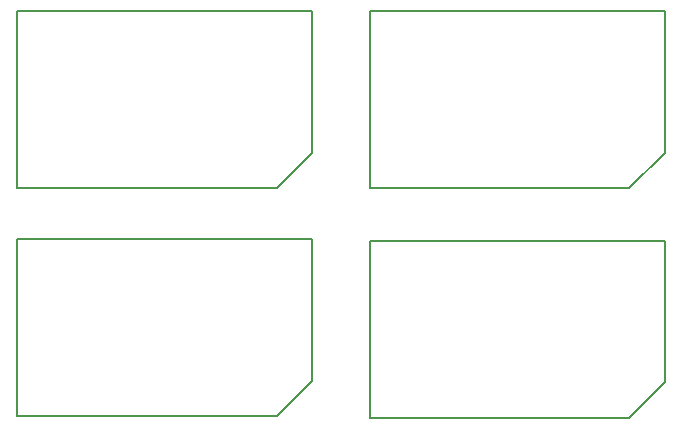
<source format=gbr>
G04 (created by PCBNEW-RS274X (2011-06-08)-testing) date Sa 02 Jul 2011 11:16:49 CEST*
G01*
G70*
G90*
%MOIN*%
G04 Gerber Fmt 3.4, Leading zero omitted, Abs format*
%FSLAX34Y34*%
G04 APERTURE LIST*
%ADD10C,0.006000*%
%ADD11C,0.005900*%
G04 APERTURE END LIST*
G54D10*
G54D11*
X22143Y-08850D02*
X22143Y-13574D01*
X22143Y-13574D02*
X20961Y-14756D01*
X12300Y-14756D02*
X12300Y-08850D01*
X20961Y-14756D02*
X12300Y-14756D01*
X12300Y-08850D02*
X22143Y-08850D01*
X33893Y-08850D02*
X33893Y-13574D01*
X33893Y-13574D02*
X32711Y-14756D01*
X24050Y-14756D02*
X24050Y-08850D01*
X32711Y-14756D02*
X24050Y-14756D01*
X24050Y-08850D02*
X33893Y-08850D01*
X22143Y-16450D02*
X22143Y-21174D01*
X22143Y-21174D02*
X20961Y-22356D01*
X12300Y-22356D02*
X12300Y-16450D01*
X20961Y-22356D02*
X12300Y-22356D01*
X12300Y-16450D02*
X22143Y-16450D01*
X33893Y-16500D02*
X33893Y-21224D01*
X33893Y-21224D02*
X32711Y-22406D01*
X24050Y-22406D02*
X24050Y-16500D01*
X32711Y-22406D02*
X24050Y-22406D01*
X24050Y-16500D02*
X33893Y-16500D01*
M02*

</source>
